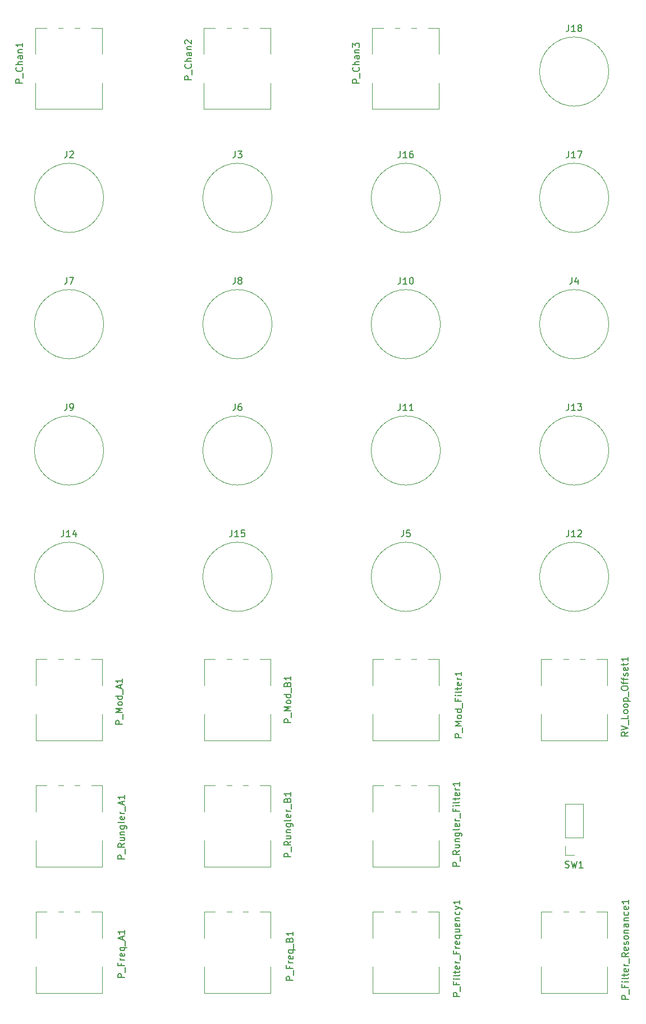
<source format=gbr>
G04 #@! TF.GenerationSoftware,KiCad,Pcbnew,(5.1.2)-2*
G04 #@! TF.CreationDate,2019-09-08T22:54:21+02:00*
G04 #@! TF.ProjectId,Benjolin_Kicad,42656e6a-6f6c-4696-9e5f-4b696361642e,rev?*
G04 #@! TF.SameCoordinates,Original*
G04 #@! TF.FileFunction,Legend,Top*
G04 #@! TF.FilePolarity,Positive*
%FSLAX46Y46*%
G04 Gerber Fmt 4.6, Leading zero omitted, Abs format (unit mm)*
G04 Created by KiCad (PCBNEW (5.1.2)-2) date 2019-09-08 22:54:21*
%MOMM*%
%LPD*%
G04 APERTURE LIST*
%ADD10C,0.120000*%
%ADD11C,0.150000*%
G04 APERTURE END LIST*
D10*
X195519100Y-161194380D02*
X185478100Y-161194380D01*
X187128100Y-148954380D02*
X185478100Y-148954380D01*
X189627100Y-148954380D02*
X188868100Y-148954380D01*
X192127100Y-148954380D02*
X191368100Y-148954380D01*
X195519100Y-148954380D02*
X193869100Y-148954380D01*
X185478100Y-157258380D02*
X185478100Y-161194380D01*
X185478100Y-148954380D02*
X185478100Y-152891380D01*
X195519100Y-157258380D02*
X195519100Y-161194380D01*
X195519100Y-148954380D02*
X195519100Y-152891380D01*
X220921640Y-110854380D02*
X220921640Y-114791380D01*
X220921640Y-119158380D02*
X220921640Y-123094380D01*
X210880640Y-110854380D02*
X210880640Y-114791380D01*
X210880640Y-119158380D02*
X210880640Y-123094380D01*
X220921640Y-110854380D02*
X219271640Y-110854380D01*
X217529640Y-110854380D02*
X216770640Y-110854380D01*
X215029640Y-110854380D02*
X214270640Y-110854380D01*
X212530640Y-110854380D02*
X210880640Y-110854380D01*
X220921640Y-123094380D02*
X210880640Y-123094380D01*
X195719700Y-41275000D02*
G75*
G03X195719700Y-41275000I-5219700J0D01*
G01*
X246519700Y-41275000D02*
G75*
G03X246519700Y-41275000I-5219700J0D01*
G01*
X271919700Y-41275000D02*
G75*
G03X271919700Y-41275000I-5219700J0D01*
G01*
X246301320Y-15645020D02*
X246301320Y-19582020D01*
X246301320Y-23949020D02*
X246301320Y-27885020D01*
X236260320Y-15645020D02*
X236260320Y-19582020D01*
X236260320Y-23949020D02*
X236260320Y-27885020D01*
X246301320Y-15645020D02*
X244651320Y-15645020D01*
X242909320Y-15645020D02*
X242150320Y-15645020D01*
X240409320Y-15645020D02*
X239650320Y-15645020D01*
X237910320Y-15645020D02*
X236260320Y-15645020D01*
X246301320Y-27885020D02*
X236260320Y-27885020D01*
X195501320Y-15639940D02*
X195501320Y-19576940D01*
X195501320Y-23943940D02*
X195501320Y-27879940D01*
X185460320Y-15639940D02*
X185460320Y-19576940D01*
X185460320Y-23943940D02*
X185460320Y-27879940D01*
X195501320Y-15639940D02*
X193851320Y-15639940D01*
X192109320Y-15639940D02*
X191350320Y-15639940D01*
X189609320Y-15639940D02*
X188850320Y-15639940D01*
X187110320Y-15639940D02*
X185460320Y-15639940D01*
X195501320Y-27879940D02*
X185460320Y-27879940D01*
X246321640Y-148956920D02*
X246321640Y-152893920D01*
X246321640Y-157260920D02*
X246321640Y-161196920D01*
X236280640Y-148956920D02*
X236280640Y-152893920D01*
X236280640Y-157260920D02*
X236280640Y-161196920D01*
X246321640Y-148956920D02*
X244671640Y-148956920D01*
X242929640Y-148956920D02*
X242170640Y-148956920D01*
X240429640Y-148956920D02*
X239670640Y-148956920D01*
X237930640Y-148956920D02*
X236280640Y-148956920D01*
X246321640Y-161196920D02*
X236280640Y-161196920D01*
X220921640Y-161191840D02*
X210880640Y-161191840D01*
X212530640Y-148951840D02*
X210880640Y-148951840D01*
X215029640Y-148951840D02*
X214270640Y-148951840D01*
X217529640Y-148951840D02*
X216770640Y-148951840D01*
X220921640Y-148951840D02*
X219271640Y-148951840D01*
X210880640Y-157255840D02*
X210880640Y-161191840D01*
X210880640Y-148951840D02*
X210880640Y-152888840D01*
X220921640Y-157255840D02*
X220921640Y-161191840D01*
X220921640Y-148951840D02*
X220921640Y-152888840D01*
X221119700Y-41275000D02*
G75*
G03X221119700Y-41275000I-5219700J0D01*
G01*
X271919700Y-22225000D02*
G75*
G03X271919700Y-22225000I-5219700J0D01*
G01*
X220901320Y-27882480D02*
X210860320Y-27882480D01*
X212510320Y-15642480D02*
X210860320Y-15642480D01*
X215009320Y-15642480D02*
X214250320Y-15642480D01*
X217509320Y-15642480D02*
X216750320Y-15642480D01*
X220901320Y-15642480D02*
X219251320Y-15642480D01*
X210860320Y-23946480D02*
X210860320Y-27882480D01*
X210860320Y-15642480D02*
X210860320Y-19579480D01*
X220901320Y-23946480D02*
X220901320Y-27882480D01*
X220901320Y-15642480D02*
X220901320Y-19579480D01*
X271721640Y-161191840D02*
X261680640Y-161191840D01*
X263330640Y-148951840D02*
X261680640Y-148951840D01*
X265829640Y-148951840D02*
X265070640Y-148951840D01*
X268329640Y-148951840D02*
X267570640Y-148951840D01*
X271721640Y-148951840D02*
X270071640Y-148951840D01*
X261680640Y-157255840D02*
X261680640Y-161191840D01*
X261680640Y-148951840D02*
X261680640Y-152888840D01*
X271721640Y-157255840D02*
X271721640Y-161191840D01*
X271721640Y-148951840D02*
X271721640Y-152888840D01*
X195519100Y-110859460D02*
X195519100Y-114796460D01*
X195519100Y-119163460D02*
X195519100Y-123099460D01*
X185478100Y-110859460D02*
X185478100Y-114796460D01*
X185478100Y-119163460D02*
X185478100Y-123099460D01*
X195519100Y-110859460D02*
X193869100Y-110859460D01*
X192127100Y-110859460D02*
X191368100Y-110859460D01*
X189627100Y-110859460D02*
X188868100Y-110859460D01*
X187128100Y-110859460D02*
X185478100Y-110859460D01*
X195519100Y-123099460D02*
X185478100Y-123099460D01*
X246321640Y-123096920D02*
X236280640Y-123096920D01*
X237930640Y-110856920D02*
X236280640Y-110856920D01*
X240429640Y-110856920D02*
X239670640Y-110856920D01*
X242929640Y-110856920D02*
X242170640Y-110856920D01*
X246321640Y-110856920D02*
X244671640Y-110856920D01*
X236280640Y-119160920D02*
X236280640Y-123096920D01*
X236280640Y-110856920D02*
X236280640Y-114793920D01*
X246321640Y-119160920D02*
X246321640Y-123096920D01*
X246321640Y-110856920D02*
X246321640Y-114793920D01*
X195521640Y-129906920D02*
X195521640Y-133843920D01*
X195521640Y-138210920D02*
X195521640Y-142146920D01*
X185480640Y-129906920D02*
X185480640Y-133843920D01*
X185480640Y-138210920D02*
X185480640Y-142146920D01*
X195521640Y-129906920D02*
X193871640Y-129906920D01*
X192129640Y-129906920D02*
X191370640Y-129906920D01*
X189629640Y-129906920D02*
X188870640Y-129906920D01*
X187130640Y-129906920D02*
X185480640Y-129906920D01*
X195521640Y-142146920D02*
X185480640Y-142146920D01*
X220921640Y-129906920D02*
X220921640Y-133843920D01*
X220921640Y-138210920D02*
X220921640Y-142146920D01*
X210880640Y-129906920D02*
X210880640Y-133843920D01*
X210880640Y-138210920D02*
X210880640Y-142146920D01*
X220921640Y-129906920D02*
X219271640Y-129906920D01*
X217529640Y-129906920D02*
X216770640Y-129906920D01*
X215029640Y-129906920D02*
X214270640Y-129906920D01*
X212530640Y-129906920D02*
X210880640Y-129906920D01*
X220921640Y-142146920D02*
X210880640Y-142146920D01*
X271721640Y-123091840D02*
X261680640Y-123091840D01*
X263330640Y-110851840D02*
X261680640Y-110851840D01*
X265829640Y-110851840D02*
X265070640Y-110851840D01*
X268329640Y-110851840D02*
X267570640Y-110851840D01*
X271721640Y-110851840D02*
X270071640Y-110851840D01*
X261680640Y-119155840D02*
X261680640Y-123091840D01*
X261680640Y-110851840D02*
X261680640Y-114788840D01*
X271721640Y-119155840D02*
X271721640Y-123091840D01*
X271721640Y-110851840D02*
X271721640Y-114788840D01*
X246324180Y-142144380D02*
X236283180Y-142144380D01*
X237933180Y-129904380D02*
X236283180Y-129904380D01*
X240432180Y-129904380D02*
X239673180Y-129904380D01*
X242932180Y-129904380D02*
X242173180Y-129904380D01*
X246324180Y-129904380D02*
X244674180Y-129904380D01*
X236283180Y-138208380D02*
X236283180Y-142144380D01*
X236283180Y-129904380D02*
X236283180Y-133841380D01*
X246324180Y-138208380D02*
X246324180Y-142144380D01*
X246324180Y-129904380D02*
X246324180Y-133841380D01*
X195719700Y-60325000D02*
G75*
G03X195719700Y-60325000I-5219700J0D01*
G01*
X246519700Y-79375000D02*
G75*
G03X246519700Y-79375000I-5219700J0D01*
G01*
X221119700Y-60325000D02*
G75*
G03X221119700Y-60325000I-5219700J0D01*
G01*
X271919700Y-98425000D02*
G75*
G03X271919700Y-98425000I-5219700J0D01*
G01*
X268030000Y-137795000D02*
X265370000Y-137795000D01*
X268030000Y-137795000D02*
X268030000Y-132655000D01*
X268030000Y-132655000D02*
X265370000Y-132655000D01*
X265370000Y-137795000D02*
X265370000Y-132655000D01*
X265370000Y-140395000D02*
X265370000Y-139065000D01*
X266700000Y-140395000D02*
X265370000Y-140395000D01*
X271919700Y-60325000D02*
G75*
G03X271919700Y-60325000I-5219700J0D01*
G01*
X271919700Y-79375000D02*
G75*
G03X271919700Y-79375000I-5219700J0D01*
G01*
X246519700Y-98425000D02*
G75*
G03X246519700Y-98425000I-5219700J0D01*
G01*
X221119700Y-79375000D02*
G75*
G03X221119700Y-79375000I-5219700J0D01*
G01*
X195719700Y-79375000D02*
G75*
G03X195719700Y-79375000I-5219700J0D01*
G01*
X246519700Y-60325000D02*
G75*
G03X246519700Y-60325000I-5219700J0D01*
G01*
X195719700Y-98425000D02*
G75*
G03X195719700Y-98425000I-5219700J0D01*
G01*
X221119700Y-98425000D02*
G75*
G03X221119700Y-98425000I-5219700J0D01*
G01*
D11*
X198869560Y-158848299D02*
X197869560Y-158848299D01*
X197869560Y-158467346D01*
X197917180Y-158372108D01*
X197964799Y-158324489D01*
X198060037Y-158276870D01*
X198202894Y-158276870D01*
X198298132Y-158324489D01*
X198345751Y-158372108D01*
X198393370Y-158467346D01*
X198393370Y-158848299D01*
X198964799Y-158086394D02*
X198964799Y-157324489D01*
X198345751Y-156753060D02*
X198345751Y-157086394D01*
X198869560Y-157086394D02*
X197869560Y-157086394D01*
X197869560Y-156610203D01*
X198869560Y-156229251D02*
X198202894Y-156229251D01*
X198393370Y-156229251D02*
X198298132Y-156181632D01*
X198250513Y-156134013D01*
X198202894Y-156038775D01*
X198202894Y-155943537D01*
X198821941Y-155229251D02*
X198869560Y-155324489D01*
X198869560Y-155514965D01*
X198821941Y-155610203D01*
X198726703Y-155657822D01*
X198345751Y-155657822D01*
X198250513Y-155610203D01*
X198202894Y-155514965D01*
X198202894Y-155324489D01*
X198250513Y-155229251D01*
X198345751Y-155181632D01*
X198440989Y-155181632D01*
X198536227Y-155657822D01*
X198202894Y-154324489D02*
X199202894Y-154324489D01*
X198821941Y-154324489D02*
X198869560Y-154419727D01*
X198869560Y-154610203D01*
X198821941Y-154705441D01*
X198774322Y-154753060D01*
X198679084Y-154800680D01*
X198393370Y-154800680D01*
X198298132Y-154753060D01*
X198250513Y-154705441D01*
X198202894Y-154610203D01*
X198202894Y-154419727D01*
X198250513Y-154324489D01*
X198964799Y-154086394D02*
X198964799Y-153324489D01*
X198583846Y-153134013D02*
X198583846Y-152657822D01*
X198869560Y-153229251D02*
X197869560Y-152895918D01*
X198869560Y-152562584D01*
X198869560Y-151705441D02*
X198869560Y-152276870D01*
X198869560Y-151991156D02*
X197869560Y-151991156D01*
X198012418Y-152086394D01*
X198107656Y-152181632D01*
X198155275Y-152276870D01*
X223969840Y-120417790D02*
X222969840Y-120417790D01*
X222969840Y-120036838D01*
X223017460Y-119941600D01*
X223065079Y-119893980D01*
X223160317Y-119846361D01*
X223303174Y-119846361D01*
X223398412Y-119893980D01*
X223446031Y-119941600D01*
X223493650Y-120036838D01*
X223493650Y-120417790D01*
X224065079Y-119655885D02*
X224065079Y-118893980D01*
X223969840Y-118655885D02*
X222969840Y-118655885D01*
X223684126Y-118322552D01*
X222969840Y-117989219D01*
X223969840Y-117989219D01*
X223969840Y-117370171D02*
X223922221Y-117465409D01*
X223874602Y-117513028D01*
X223779364Y-117560647D01*
X223493650Y-117560647D01*
X223398412Y-117513028D01*
X223350793Y-117465409D01*
X223303174Y-117370171D01*
X223303174Y-117227314D01*
X223350793Y-117132076D01*
X223398412Y-117084457D01*
X223493650Y-117036838D01*
X223779364Y-117036838D01*
X223874602Y-117084457D01*
X223922221Y-117132076D01*
X223969840Y-117227314D01*
X223969840Y-117370171D01*
X223969840Y-116179695D02*
X222969840Y-116179695D01*
X223922221Y-116179695D02*
X223969840Y-116274933D01*
X223969840Y-116465409D01*
X223922221Y-116560647D01*
X223874602Y-116608266D01*
X223779364Y-116655885D01*
X223493650Y-116655885D01*
X223398412Y-116608266D01*
X223350793Y-116560647D01*
X223303174Y-116465409D01*
X223303174Y-116274933D01*
X223350793Y-116179695D01*
X224065079Y-115941600D02*
X224065079Y-115179695D01*
X223446031Y-114608266D02*
X223493650Y-114465409D01*
X223541269Y-114417790D01*
X223636507Y-114370171D01*
X223779364Y-114370171D01*
X223874602Y-114417790D01*
X223922221Y-114465409D01*
X223969840Y-114560647D01*
X223969840Y-114941600D01*
X222969840Y-114941600D01*
X222969840Y-114608266D01*
X223017460Y-114513028D01*
X223065079Y-114465409D01*
X223160317Y-114417790D01*
X223255555Y-114417790D01*
X223350793Y-114465409D01*
X223398412Y-114513028D01*
X223446031Y-114608266D01*
X223446031Y-114941600D01*
X223969840Y-113417790D02*
X223969840Y-113989219D01*
X223969840Y-113703504D02*
X222969840Y-113703504D01*
X223112698Y-113798742D01*
X223207936Y-113893980D01*
X223255555Y-113989219D01*
X190166666Y-34227380D02*
X190166666Y-34941666D01*
X190119047Y-35084523D01*
X190023809Y-35179761D01*
X189880952Y-35227380D01*
X189785714Y-35227380D01*
X190595238Y-34322619D02*
X190642857Y-34275000D01*
X190738095Y-34227380D01*
X190976190Y-34227380D01*
X191071428Y-34275000D01*
X191119047Y-34322619D01*
X191166666Y-34417857D01*
X191166666Y-34513095D01*
X191119047Y-34655952D01*
X190547619Y-35227380D01*
X191166666Y-35227380D01*
X240490476Y-34227380D02*
X240490476Y-34941666D01*
X240442857Y-35084523D01*
X240347619Y-35179761D01*
X240204761Y-35227380D01*
X240109523Y-35227380D01*
X241490476Y-35227380D02*
X240919047Y-35227380D01*
X241204761Y-35227380D02*
X241204761Y-34227380D01*
X241109523Y-34370238D01*
X241014285Y-34465476D01*
X240919047Y-34513095D01*
X242347619Y-34227380D02*
X242157142Y-34227380D01*
X242061904Y-34275000D01*
X242014285Y-34322619D01*
X241919047Y-34465476D01*
X241871428Y-34655952D01*
X241871428Y-35036904D01*
X241919047Y-35132142D01*
X241966666Y-35179761D01*
X242061904Y-35227380D01*
X242252380Y-35227380D01*
X242347619Y-35179761D01*
X242395238Y-35132142D01*
X242442857Y-35036904D01*
X242442857Y-34798809D01*
X242395238Y-34703571D01*
X242347619Y-34655952D01*
X242252380Y-34608333D01*
X242061904Y-34608333D01*
X241966666Y-34655952D01*
X241919047Y-34703571D01*
X241871428Y-34798809D01*
X265890476Y-34227380D02*
X265890476Y-34941666D01*
X265842857Y-35084523D01*
X265747619Y-35179761D01*
X265604761Y-35227380D01*
X265509523Y-35227380D01*
X266890476Y-35227380D02*
X266319047Y-35227380D01*
X266604761Y-35227380D02*
X266604761Y-34227380D01*
X266509523Y-34370238D01*
X266414285Y-34465476D01*
X266319047Y-34513095D01*
X267223809Y-34227380D02*
X267890476Y-34227380D01*
X267461904Y-35227380D01*
X234289860Y-23931190D02*
X233289860Y-23931190D01*
X233289860Y-23550238D01*
X233337480Y-23455000D01*
X233385099Y-23407380D01*
X233480337Y-23359761D01*
X233623194Y-23359761D01*
X233718432Y-23407380D01*
X233766051Y-23455000D01*
X233813670Y-23550238D01*
X233813670Y-23931190D01*
X234385099Y-23169285D02*
X234385099Y-22407380D01*
X234194622Y-21597857D02*
X234242241Y-21645476D01*
X234289860Y-21788333D01*
X234289860Y-21883571D01*
X234242241Y-22026428D01*
X234147003Y-22121666D01*
X234051765Y-22169285D01*
X233861289Y-22216904D01*
X233718432Y-22216904D01*
X233527956Y-22169285D01*
X233432718Y-22121666D01*
X233337480Y-22026428D01*
X233289860Y-21883571D01*
X233289860Y-21788333D01*
X233337480Y-21645476D01*
X233385099Y-21597857D01*
X234289860Y-21169285D02*
X233289860Y-21169285D01*
X234289860Y-20740714D02*
X233766051Y-20740714D01*
X233670813Y-20788333D01*
X233623194Y-20883571D01*
X233623194Y-21026428D01*
X233670813Y-21121666D01*
X233718432Y-21169285D01*
X234289860Y-19835952D02*
X233766051Y-19835952D01*
X233670813Y-19883571D01*
X233623194Y-19978809D01*
X233623194Y-20169285D01*
X233670813Y-20264523D01*
X234242241Y-19835952D02*
X234289860Y-19931190D01*
X234289860Y-20169285D01*
X234242241Y-20264523D01*
X234147003Y-20312142D01*
X234051765Y-20312142D01*
X233956527Y-20264523D01*
X233908908Y-20169285D01*
X233908908Y-19931190D01*
X233861289Y-19835952D01*
X233623194Y-19359761D02*
X234289860Y-19359761D01*
X233718432Y-19359761D02*
X233670813Y-19312142D01*
X233623194Y-19216904D01*
X233623194Y-19074047D01*
X233670813Y-18978809D01*
X233766051Y-18931190D01*
X234289860Y-18931190D01*
X233289860Y-18550238D02*
X233289860Y-17931190D01*
X233670813Y-18264523D01*
X233670813Y-18121666D01*
X233718432Y-18026428D01*
X233766051Y-17978809D01*
X233861289Y-17931190D01*
X234099384Y-17931190D01*
X234194622Y-17978809D01*
X234242241Y-18026428D01*
X234289860Y-18121666D01*
X234289860Y-18407380D01*
X234242241Y-18502619D01*
X234194622Y-18550238D01*
X183482240Y-23921030D02*
X182482240Y-23921030D01*
X182482240Y-23540078D01*
X182529860Y-23444840D01*
X182577479Y-23397220D01*
X182672717Y-23349601D01*
X182815574Y-23349601D01*
X182910812Y-23397220D01*
X182958431Y-23444840D01*
X183006050Y-23540078D01*
X183006050Y-23921030D01*
X183577479Y-23159125D02*
X183577479Y-22397220D01*
X183387002Y-21587697D02*
X183434621Y-21635316D01*
X183482240Y-21778173D01*
X183482240Y-21873411D01*
X183434621Y-22016268D01*
X183339383Y-22111506D01*
X183244145Y-22159125D01*
X183053669Y-22206744D01*
X182910812Y-22206744D01*
X182720336Y-22159125D01*
X182625098Y-22111506D01*
X182529860Y-22016268D01*
X182482240Y-21873411D01*
X182482240Y-21778173D01*
X182529860Y-21635316D01*
X182577479Y-21587697D01*
X183482240Y-21159125D02*
X182482240Y-21159125D01*
X183482240Y-20730554D02*
X182958431Y-20730554D01*
X182863193Y-20778173D01*
X182815574Y-20873411D01*
X182815574Y-21016268D01*
X182863193Y-21111506D01*
X182910812Y-21159125D01*
X183482240Y-19825792D02*
X182958431Y-19825792D01*
X182863193Y-19873411D01*
X182815574Y-19968649D01*
X182815574Y-20159125D01*
X182863193Y-20254363D01*
X183434621Y-19825792D02*
X183482240Y-19921030D01*
X183482240Y-20159125D01*
X183434621Y-20254363D01*
X183339383Y-20301982D01*
X183244145Y-20301982D01*
X183148907Y-20254363D01*
X183101288Y-20159125D01*
X183101288Y-19921030D01*
X183053669Y-19825792D01*
X182815574Y-19349601D02*
X183482240Y-19349601D01*
X182910812Y-19349601D02*
X182863193Y-19301982D01*
X182815574Y-19206744D01*
X182815574Y-19063887D01*
X182863193Y-18968649D01*
X182958431Y-18921030D01*
X183482240Y-18921030D01*
X183482240Y-17921030D02*
X183482240Y-18492459D01*
X183482240Y-18206744D02*
X182482240Y-18206744D01*
X182625098Y-18301982D01*
X182720336Y-18397220D01*
X182767955Y-18492459D01*
X249458740Y-161679305D02*
X248458740Y-161679305D01*
X248458740Y-161298353D01*
X248506360Y-161203115D01*
X248553979Y-161155496D01*
X248649217Y-161107877D01*
X248792074Y-161107877D01*
X248887312Y-161155496D01*
X248934931Y-161203115D01*
X248982550Y-161298353D01*
X248982550Y-161679305D01*
X249553979Y-160917400D02*
X249553979Y-160155496D01*
X248934931Y-159584067D02*
X248934931Y-159917400D01*
X249458740Y-159917400D02*
X248458740Y-159917400D01*
X248458740Y-159441210D01*
X249458740Y-159060258D02*
X248792074Y-159060258D01*
X248458740Y-159060258D02*
X248506360Y-159107877D01*
X248553979Y-159060258D01*
X248506360Y-159012639D01*
X248458740Y-159060258D01*
X248553979Y-159060258D01*
X249458740Y-158441210D02*
X249411121Y-158536448D01*
X249315883Y-158584067D01*
X248458740Y-158584067D01*
X248792074Y-158203115D02*
X248792074Y-157822162D01*
X248458740Y-158060258D02*
X249315883Y-158060258D01*
X249411121Y-158012639D01*
X249458740Y-157917400D01*
X249458740Y-157822162D01*
X249411121Y-157107877D02*
X249458740Y-157203115D01*
X249458740Y-157393591D01*
X249411121Y-157488829D01*
X249315883Y-157536448D01*
X248934931Y-157536448D01*
X248839693Y-157488829D01*
X248792074Y-157393591D01*
X248792074Y-157203115D01*
X248839693Y-157107877D01*
X248934931Y-157060258D01*
X249030169Y-157060258D01*
X249125407Y-157536448D01*
X249458740Y-156631686D02*
X248792074Y-156631686D01*
X248982550Y-156631686D02*
X248887312Y-156584067D01*
X248839693Y-156536448D01*
X248792074Y-156441210D01*
X248792074Y-156345972D01*
X249553979Y-156250734D02*
X249553979Y-155488829D01*
X248934931Y-154917400D02*
X248934931Y-155250734D01*
X249458740Y-155250734D02*
X248458740Y-155250734D01*
X248458740Y-154774543D01*
X249458740Y-154393591D02*
X248792074Y-154393591D01*
X248982550Y-154393591D02*
X248887312Y-154345972D01*
X248839693Y-154298353D01*
X248792074Y-154203115D01*
X248792074Y-154107877D01*
X249411121Y-153393591D02*
X249458740Y-153488829D01*
X249458740Y-153679305D01*
X249411121Y-153774543D01*
X249315883Y-153822162D01*
X248934931Y-153822162D01*
X248839693Y-153774543D01*
X248792074Y-153679305D01*
X248792074Y-153488829D01*
X248839693Y-153393591D01*
X248934931Y-153345972D01*
X249030169Y-153345972D01*
X249125407Y-153822162D01*
X248792074Y-152488829D02*
X249792074Y-152488829D01*
X249411121Y-152488829D02*
X249458740Y-152584067D01*
X249458740Y-152774543D01*
X249411121Y-152869781D01*
X249363502Y-152917400D01*
X249268264Y-152965020D01*
X248982550Y-152965020D01*
X248887312Y-152917400D01*
X248839693Y-152869781D01*
X248792074Y-152774543D01*
X248792074Y-152584067D01*
X248839693Y-152488829D01*
X248792074Y-151584067D02*
X249458740Y-151584067D01*
X248792074Y-152012639D02*
X249315883Y-152012639D01*
X249411121Y-151965020D01*
X249458740Y-151869781D01*
X249458740Y-151726924D01*
X249411121Y-151631686D01*
X249363502Y-151584067D01*
X249411121Y-150726924D02*
X249458740Y-150822162D01*
X249458740Y-151012639D01*
X249411121Y-151107877D01*
X249315883Y-151155496D01*
X248934931Y-151155496D01*
X248839693Y-151107877D01*
X248792074Y-151012639D01*
X248792074Y-150822162D01*
X248839693Y-150726924D01*
X248934931Y-150679305D01*
X249030169Y-150679305D01*
X249125407Y-151155496D01*
X248792074Y-150250734D02*
X249458740Y-150250734D01*
X248887312Y-150250734D02*
X248839693Y-150203115D01*
X248792074Y-150107877D01*
X248792074Y-149965020D01*
X248839693Y-149869781D01*
X248934931Y-149822162D01*
X249458740Y-149822162D01*
X249411121Y-148917400D02*
X249458740Y-149012639D01*
X249458740Y-149203115D01*
X249411121Y-149298353D01*
X249363502Y-149345972D01*
X249268264Y-149393591D01*
X248982550Y-149393591D01*
X248887312Y-149345972D01*
X248839693Y-149298353D01*
X248792074Y-149203115D01*
X248792074Y-149012639D01*
X248839693Y-148917400D01*
X248792074Y-148584067D02*
X249458740Y-148345972D01*
X248792074Y-148107877D02*
X249458740Y-148345972D01*
X249696836Y-148441210D01*
X249744455Y-148488829D01*
X249792074Y-148584067D01*
X249458740Y-147203115D02*
X249458740Y-147774543D01*
X249458740Y-147488829D02*
X248458740Y-147488829D01*
X248601598Y-147584067D01*
X248696836Y-147679305D01*
X248744455Y-147774543D01*
X224292420Y-159242307D02*
X223292420Y-159242307D01*
X223292420Y-158861355D01*
X223340040Y-158766117D01*
X223387659Y-158718498D01*
X223482897Y-158670879D01*
X223625754Y-158670879D01*
X223720992Y-158718498D01*
X223768611Y-158766117D01*
X223816230Y-158861355D01*
X223816230Y-159242307D01*
X224387659Y-158480402D02*
X224387659Y-157718498D01*
X223768611Y-157147069D02*
X223768611Y-157480402D01*
X224292420Y-157480402D02*
X223292420Y-157480402D01*
X223292420Y-157004212D01*
X224292420Y-156623260D02*
X223625754Y-156623260D01*
X223816230Y-156623260D02*
X223720992Y-156575640D01*
X223673373Y-156528021D01*
X223625754Y-156432783D01*
X223625754Y-156337545D01*
X224244801Y-155623260D02*
X224292420Y-155718498D01*
X224292420Y-155908974D01*
X224244801Y-156004212D01*
X224149563Y-156051831D01*
X223768611Y-156051831D01*
X223673373Y-156004212D01*
X223625754Y-155908974D01*
X223625754Y-155718498D01*
X223673373Y-155623260D01*
X223768611Y-155575640D01*
X223863849Y-155575640D01*
X223959087Y-156051831D01*
X223625754Y-154718498D02*
X224625754Y-154718498D01*
X224244801Y-154718498D02*
X224292420Y-154813736D01*
X224292420Y-155004212D01*
X224244801Y-155099450D01*
X224197182Y-155147069D01*
X224101944Y-155194688D01*
X223816230Y-155194688D01*
X223720992Y-155147069D01*
X223673373Y-155099450D01*
X223625754Y-155004212D01*
X223625754Y-154813736D01*
X223673373Y-154718498D01*
X224387659Y-154480402D02*
X224387659Y-153718498D01*
X223768611Y-153147069D02*
X223816230Y-153004212D01*
X223863849Y-152956593D01*
X223959087Y-152908974D01*
X224101944Y-152908974D01*
X224197182Y-152956593D01*
X224244801Y-153004212D01*
X224292420Y-153099450D01*
X224292420Y-153480402D01*
X223292420Y-153480402D01*
X223292420Y-153147069D01*
X223340040Y-153051831D01*
X223387659Y-153004212D01*
X223482897Y-152956593D01*
X223578135Y-152956593D01*
X223673373Y-153004212D01*
X223720992Y-153051831D01*
X223768611Y-153147069D01*
X223768611Y-153480402D01*
X224292420Y-151956593D02*
X224292420Y-152528021D01*
X224292420Y-152242307D02*
X223292420Y-152242307D01*
X223435278Y-152337545D01*
X223530516Y-152432783D01*
X223578135Y-152528021D01*
X215566666Y-34227380D02*
X215566666Y-34941666D01*
X215519047Y-35084523D01*
X215423809Y-35179761D01*
X215280952Y-35227380D01*
X215185714Y-35227380D01*
X215947619Y-34227380D02*
X216566666Y-34227380D01*
X216233333Y-34608333D01*
X216376190Y-34608333D01*
X216471428Y-34655952D01*
X216519047Y-34703571D01*
X216566666Y-34798809D01*
X216566666Y-35036904D01*
X216519047Y-35132142D01*
X216471428Y-35179761D01*
X216376190Y-35227380D01*
X216090476Y-35227380D01*
X215995238Y-35179761D01*
X215947619Y-35132142D01*
X265890476Y-15177380D02*
X265890476Y-15891666D01*
X265842857Y-16034523D01*
X265747619Y-16129761D01*
X265604761Y-16177380D01*
X265509523Y-16177380D01*
X266890476Y-16177380D02*
X266319047Y-16177380D01*
X266604761Y-16177380D02*
X266604761Y-15177380D01*
X266509523Y-15320238D01*
X266414285Y-15415476D01*
X266319047Y-15463095D01*
X267461904Y-15605952D02*
X267366666Y-15558333D01*
X267319047Y-15510714D01*
X267271428Y-15415476D01*
X267271428Y-15367857D01*
X267319047Y-15272619D01*
X267366666Y-15225000D01*
X267461904Y-15177380D01*
X267652380Y-15177380D01*
X267747619Y-15225000D01*
X267795238Y-15272619D01*
X267842857Y-15367857D01*
X267842857Y-15415476D01*
X267795238Y-15510714D01*
X267747619Y-15558333D01*
X267652380Y-15605952D01*
X267461904Y-15605952D01*
X267366666Y-15653571D01*
X267319047Y-15701190D01*
X267271428Y-15796428D01*
X267271428Y-15986904D01*
X267319047Y-16082142D01*
X267366666Y-16129761D01*
X267461904Y-16177380D01*
X267652380Y-16177380D01*
X267747619Y-16129761D01*
X267795238Y-16082142D01*
X267842857Y-15986904D01*
X267842857Y-15796428D01*
X267795238Y-15701190D01*
X267747619Y-15653571D01*
X267652380Y-15605952D01*
X208966060Y-23443510D02*
X207966060Y-23443510D01*
X207966060Y-23062558D01*
X208013680Y-22967320D01*
X208061299Y-22919700D01*
X208156537Y-22872081D01*
X208299394Y-22872081D01*
X208394632Y-22919700D01*
X208442251Y-22967320D01*
X208489870Y-23062558D01*
X208489870Y-23443510D01*
X209061299Y-22681605D02*
X209061299Y-21919700D01*
X208870822Y-21110177D02*
X208918441Y-21157796D01*
X208966060Y-21300653D01*
X208966060Y-21395891D01*
X208918441Y-21538748D01*
X208823203Y-21633986D01*
X208727965Y-21681605D01*
X208537489Y-21729224D01*
X208394632Y-21729224D01*
X208204156Y-21681605D01*
X208108918Y-21633986D01*
X208013680Y-21538748D01*
X207966060Y-21395891D01*
X207966060Y-21300653D01*
X208013680Y-21157796D01*
X208061299Y-21110177D01*
X208966060Y-20681605D02*
X207966060Y-20681605D01*
X208966060Y-20253034D02*
X208442251Y-20253034D01*
X208347013Y-20300653D01*
X208299394Y-20395891D01*
X208299394Y-20538748D01*
X208347013Y-20633986D01*
X208394632Y-20681605D01*
X208966060Y-19348272D02*
X208442251Y-19348272D01*
X208347013Y-19395891D01*
X208299394Y-19491129D01*
X208299394Y-19681605D01*
X208347013Y-19776843D01*
X208918441Y-19348272D02*
X208966060Y-19443510D01*
X208966060Y-19681605D01*
X208918441Y-19776843D01*
X208823203Y-19824462D01*
X208727965Y-19824462D01*
X208632727Y-19776843D01*
X208585108Y-19681605D01*
X208585108Y-19443510D01*
X208537489Y-19348272D01*
X208299394Y-18872081D02*
X208966060Y-18872081D01*
X208394632Y-18872081D02*
X208347013Y-18824462D01*
X208299394Y-18729224D01*
X208299394Y-18586367D01*
X208347013Y-18491129D01*
X208442251Y-18443510D01*
X208966060Y-18443510D01*
X208061299Y-18014939D02*
X208013680Y-17967320D01*
X207966060Y-17872081D01*
X207966060Y-17633986D01*
X208013680Y-17538748D01*
X208061299Y-17491129D01*
X208156537Y-17443510D01*
X208251775Y-17443510D01*
X208394632Y-17491129D01*
X208966060Y-18062558D01*
X208966060Y-17443510D01*
X274881600Y-162110440D02*
X273881600Y-162110440D01*
X273881600Y-161729488D01*
X273929220Y-161634250D01*
X273976839Y-161586631D01*
X274072077Y-161539012D01*
X274214934Y-161539012D01*
X274310172Y-161586631D01*
X274357791Y-161634250D01*
X274405410Y-161729488D01*
X274405410Y-162110440D01*
X274976839Y-161348536D02*
X274976839Y-160586631D01*
X274357791Y-160015202D02*
X274357791Y-160348536D01*
X274881600Y-160348536D02*
X273881600Y-160348536D01*
X273881600Y-159872345D01*
X274881600Y-159491393D02*
X274214934Y-159491393D01*
X273881600Y-159491393D02*
X273929220Y-159539012D01*
X273976839Y-159491393D01*
X273929220Y-159443774D01*
X273881600Y-159491393D01*
X273976839Y-159491393D01*
X274881600Y-158872345D02*
X274833981Y-158967583D01*
X274738743Y-159015202D01*
X273881600Y-159015202D01*
X274214934Y-158634250D02*
X274214934Y-158253298D01*
X273881600Y-158491393D02*
X274738743Y-158491393D01*
X274833981Y-158443774D01*
X274881600Y-158348536D01*
X274881600Y-158253298D01*
X274833981Y-157539012D02*
X274881600Y-157634250D01*
X274881600Y-157824726D01*
X274833981Y-157919964D01*
X274738743Y-157967583D01*
X274357791Y-157967583D01*
X274262553Y-157919964D01*
X274214934Y-157824726D01*
X274214934Y-157634250D01*
X274262553Y-157539012D01*
X274357791Y-157491393D01*
X274453029Y-157491393D01*
X274548267Y-157967583D01*
X274881600Y-157062821D02*
X274214934Y-157062821D01*
X274405410Y-157062821D02*
X274310172Y-157015202D01*
X274262553Y-156967583D01*
X274214934Y-156872345D01*
X274214934Y-156777107D01*
X274976839Y-156681869D02*
X274976839Y-155919964D01*
X274881600Y-155110440D02*
X274405410Y-155443774D01*
X274881600Y-155681869D02*
X273881600Y-155681869D01*
X273881600Y-155300917D01*
X273929220Y-155205679D01*
X273976839Y-155158060D01*
X274072077Y-155110440D01*
X274214934Y-155110440D01*
X274310172Y-155158060D01*
X274357791Y-155205679D01*
X274405410Y-155300917D01*
X274405410Y-155681869D01*
X274833981Y-154300917D02*
X274881600Y-154396155D01*
X274881600Y-154586631D01*
X274833981Y-154681869D01*
X274738743Y-154729488D01*
X274357791Y-154729488D01*
X274262553Y-154681869D01*
X274214934Y-154586631D01*
X274214934Y-154396155D01*
X274262553Y-154300917D01*
X274357791Y-154253298D01*
X274453029Y-154253298D01*
X274548267Y-154729488D01*
X274833981Y-153872345D02*
X274881600Y-153777107D01*
X274881600Y-153586631D01*
X274833981Y-153491393D01*
X274738743Y-153443774D01*
X274691124Y-153443774D01*
X274595886Y-153491393D01*
X274548267Y-153586631D01*
X274548267Y-153729488D01*
X274500648Y-153824726D01*
X274405410Y-153872345D01*
X274357791Y-153872345D01*
X274262553Y-153824726D01*
X274214934Y-153729488D01*
X274214934Y-153586631D01*
X274262553Y-153491393D01*
X274881600Y-152872345D02*
X274833981Y-152967583D01*
X274786362Y-153015202D01*
X274691124Y-153062821D01*
X274405410Y-153062821D01*
X274310172Y-153015202D01*
X274262553Y-152967583D01*
X274214934Y-152872345D01*
X274214934Y-152729488D01*
X274262553Y-152634250D01*
X274310172Y-152586631D01*
X274405410Y-152539012D01*
X274691124Y-152539012D01*
X274786362Y-152586631D01*
X274833981Y-152634250D01*
X274881600Y-152729488D01*
X274881600Y-152872345D01*
X274214934Y-152110440D02*
X274881600Y-152110440D01*
X274310172Y-152110440D02*
X274262553Y-152062821D01*
X274214934Y-151967583D01*
X274214934Y-151824726D01*
X274262553Y-151729488D01*
X274357791Y-151681869D01*
X274881600Y-151681869D01*
X274881600Y-150777107D02*
X274357791Y-150777107D01*
X274262553Y-150824726D01*
X274214934Y-150919964D01*
X274214934Y-151110440D01*
X274262553Y-151205679D01*
X274833981Y-150777107D02*
X274881600Y-150872345D01*
X274881600Y-151110440D01*
X274833981Y-151205679D01*
X274738743Y-151253298D01*
X274643505Y-151253298D01*
X274548267Y-151205679D01*
X274500648Y-151110440D01*
X274500648Y-150872345D01*
X274453029Y-150777107D01*
X274214934Y-150300917D02*
X274881600Y-150300917D01*
X274310172Y-150300917D02*
X274262553Y-150253298D01*
X274214934Y-150158060D01*
X274214934Y-150015202D01*
X274262553Y-149919964D01*
X274357791Y-149872345D01*
X274881600Y-149872345D01*
X274833981Y-148967583D02*
X274881600Y-149062821D01*
X274881600Y-149253298D01*
X274833981Y-149348536D01*
X274786362Y-149396155D01*
X274691124Y-149443774D01*
X274405410Y-149443774D01*
X274310172Y-149396155D01*
X274262553Y-149348536D01*
X274214934Y-149253298D01*
X274214934Y-149062821D01*
X274262553Y-148967583D01*
X274833981Y-148158060D02*
X274881600Y-148253298D01*
X274881600Y-148443774D01*
X274833981Y-148539012D01*
X274738743Y-148586631D01*
X274357791Y-148586631D01*
X274262553Y-148539012D01*
X274214934Y-148443774D01*
X274214934Y-148253298D01*
X274262553Y-148158060D01*
X274357791Y-148110440D01*
X274453029Y-148110440D01*
X274548267Y-148586631D01*
X274881600Y-147158060D02*
X274881600Y-147729488D01*
X274881600Y-147443774D02*
X273881600Y-147443774D01*
X274024458Y-147539012D01*
X274119696Y-147634250D01*
X274167315Y-147729488D01*
X198546980Y-120668941D02*
X197546980Y-120668941D01*
X197546980Y-120287989D01*
X197594600Y-120192751D01*
X197642219Y-120145132D01*
X197737457Y-120097513D01*
X197880314Y-120097513D01*
X197975552Y-120145132D01*
X198023171Y-120192751D01*
X198070790Y-120287989D01*
X198070790Y-120668941D01*
X198642219Y-119907037D02*
X198642219Y-119145132D01*
X198546980Y-118907037D02*
X197546980Y-118907037D01*
X198261266Y-118573703D01*
X197546980Y-118240370D01*
X198546980Y-118240370D01*
X198546980Y-117621322D02*
X198499361Y-117716560D01*
X198451742Y-117764180D01*
X198356504Y-117811799D01*
X198070790Y-117811799D01*
X197975552Y-117764180D01*
X197927933Y-117716560D01*
X197880314Y-117621322D01*
X197880314Y-117478465D01*
X197927933Y-117383227D01*
X197975552Y-117335608D01*
X198070790Y-117287989D01*
X198356504Y-117287989D01*
X198451742Y-117335608D01*
X198499361Y-117383227D01*
X198546980Y-117478465D01*
X198546980Y-117621322D01*
X198546980Y-116430846D02*
X197546980Y-116430846D01*
X198499361Y-116430846D02*
X198546980Y-116526084D01*
X198546980Y-116716560D01*
X198499361Y-116811799D01*
X198451742Y-116859418D01*
X198356504Y-116907037D01*
X198070790Y-116907037D01*
X197975552Y-116859418D01*
X197927933Y-116811799D01*
X197880314Y-116716560D01*
X197880314Y-116526084D01*
X197927933Y-116430846D01*
X198642219Y-116192751D02*
X198642219Y-115430846D01*
X198261266Y-115240370D02*
X198261266Y-114764180D01*
X198546980Y-115335608D02*
X197546980Y-115002275D01*
X198546980Y-114668941D01*
X198546980Y-113811799D02*
X198546980Y-114383227D01*
X198546980Y-114097513D02*
X197546980Y-114097513D01*
X197689838Y-114192751D01*
X197785076Y-114287989D01*
X197832695Y-114383227D01*
X249715280Y-122642331D02*
X248715280Y-122642331D01*
X248715280Y-122261379D01*
X248762900Y-122166140D01*
X248810519Y-122118521D01*
X248905757Y-122070902D01*
X249048614Y-122070902D01*
X249143852Y-122118521D01*
X249191471Y-122166140D01*
X249239090Y-122261379D01*
X249239090Y-122642331D01*
X249810519Y-121880426D02*
X249810519Y-121118521D01*
X249715280Y-120880426D02*
X248715280Y-120880426D01*
X249429566Y-120547093D01*
X248715280Y-120213760D01*
X249715280Y-120213760D01*
X249715280Y-119594712D02*
X249667661Y-119689950D01*
X249620042Y-119737569D01*
X249524804Y-119785188D01*
X249239090Y-119785188D01*
X249143852Y-119737569D01*
X249096233Y-119689950D01*
X249048614Y-119594712D01*
X249048614Y-119451855D01*
X249096233Y-119356617D01*
X249143852Y-119308998D01*
X249239090Y-119261379D01*
X249524804Y-119261379D01*
X249620042Y-119308998D01*
X249667661Y-119356617D01*
X249715280Y-119451855D01*
X249715280Y-119594712D01*
X249715280Y-118404236D02*
X248715280Y-118404236D01*
X249667661Y-118404236D02*
X249715280Y-118499474D01*
X249715280Y-118689950D01*
X249667661Y-118785188D01*
X249620042Y-118832807D01*
X249524804Y-118880426D01*
X249239090Y-118880426D01*
X249143852Y-118832807D01*
X249096233Y-118785188D01*
X249048614Y-118689950D01*
X249048614Y-118499474D01*
X249096233Y-118404236D01*
X249810519Y-118166140D02*
X249810519Y-117404236D01*
X249191471Y-116832807D02*
X249191471Y-117166140D01*
X249715280Y-117166140D02*
X248715280Y-117166140D01*
X248715280Y-116689950D01*
X249715280Y-116308998D02*
X249048614Y-116308998D01*
X248715280Y-116308998D02*
X248762900Y-116356617D01*
X248810519Y-116308998D01*
X248762900Y-116261379D01*
X248715280Y-116308998D01*
X248810519Y-116308998D01*
X249715280Y-115689950D02*
X249667661Y-115785188D01*
X249572423Y-115832807D01*
X248715280Y-115832807D01*
X249048614Y-115451855D02*
X249048614Y-115070902D01*
X248715280Y-115308998D02*
X249572423Y-115308998D01*
X249667661Y-115261379D01*
X249715280Y-115166140D01*
X249715280Y-115070902D01*
X249667661Y-114356617D02*
X249715280Y-114451855D01*
X249715280Y-114642331D01*
X249667661Y-114737569D01*
X249572423Y-114785188D01*
X249191471Y-114785188D01*
X249096233Y-114737569D01*
X249048614Y-114642331D01*
X249048614Y-114451855D01*
X249096233Y-114356617D01*
X249191471Y-114308998D01*
X249286709Y-114308998D01*
X249381947Y-114785188D01*
X249715280Y-113880426D02*
X249048614Y-113880426D01*
X249239090Y-113880426D02*
X249143852Y-113832807D01*
X249096233Y-113785188D01*
X249048614Y-113689950D01*
X249048614Y-113594712D01*
X249715280Y-112737569D02*
X249715280Y-113308998D01*
X249715280Y-113023283D02*
X248715280Y-113023283D01*
X248858138Y-113118521D01*
X248953376Y-113213760D01*
X249000995Y-113308998D01*
X198869560Y-140970354D02*
X197869560Y-140970354D01*
X197869560Y-140589401D01*
X197917180Y-140494163D01*
X197964799Y-140446544D01*
X198060037Y-140398925D01*
X198202894Y-140398925D01*
X198298132Y-140446544D01*
X198345751Y-140494163D01*
X198393370Y-140589401D01*
X198393370Y-140970354D01*
X198964799Y-140208449D02*
X198964799Y-139446544D01*
X198869560Y-138637020D02*
X198393370Y-138970354D01*
X198869560Y-139208449D02*
X197869560Y-139208449D01*
X197869560Y-138827497D01*
X197917180Y-138732259D01*
X197964799Y-138684640D01*
X198060037Y-138637020D01*
X198202894Y-138637020D01*
X198298132Y-138684640D01*
X198345751Y-138732259D01*
X198393370Y-138827497D01*
X198393370Y-139208449D01*
X198202894Y-137779878D02*
X198869560Y-137779878D01*
X198202894Y-138208449D02*
X198726703Y-138208449D01*
X198821941Y-138160830D01*
X198869560Y-138065592D01*
X198869560Y-137922735D01*
X198821941Y-137827497D01*
X198774322Y-137779878D01*
X198202894Y-137303687D02*
X198869560Y-137303687D01*
X198298132Y-137303687D02*
X198250513Y-137256068D01*
X198202894Y-137160830D01*
X198202894Y-137017973D01*
X198250513Y-136922735D01*
X198345751Y-136875116D01*
X198869560Y-136875116D01*
X198202894Y-135970354D02*
X199012418Y-135970354D01*
X199107656Y-136017973D01*
X199155275Y-136065592D01*
X199202894Y-136160830D01*
X199202894Y-136303687D01*
X199155275Y-136398925D01*
X198821941Y-135970354D02*
X198869560Y-136065592D01*
X198869560Y-136256068D01*
X198821941Y-136351306D01*
X198774322Y-136398925D01*
X198679084Y-136446544D01*
X198393370Y-136446544D01*
X198298132Y-136398925D01*
X198250513Y-136351306D01*
X198202894Y-136256068D01*
X198202894Y-136065592D01*
X198250513Y-135970354D01*
X198869560Y-135351306D02*
X198821941Y-135446544D01*
X198726703Y-135494163D01*
X197869560Y-135494163D01*
X198821941Y-134589401D02*
X198869560Y-134684640D01*
X198869560Y-134875116D01*
X198821941Y-134970354D01*
X198726703Y-135017973D01*
X198345751Y-135017973D01*
X198250513Y-134970354D01*
X198202894Y-134875116D01*
X198202894Y-134684640D01*
X198250513Y-134589401D01*
X198345751Y-134541782D01*
X198440989Y-134541782D01*
X198536227Y-135017973D01*
X198869560Y-134113211D02*
X198202894Y-134113211D01*
X198393370Y-134113211D02*
X198298132Y-134065592D01*
X198250513Y-134017973D01*
X198202894Y-133922735D01*
X198202894Y-133827497D01*
X198964799Y-133732259D02*
X198964799Y-132970354D01*
X198583846Y-132779878D02*
X198583846Y-132303687D01*
X198869560Y-132875116D02*
X197869560Y-132541782D01*
X198869560Y-132208449D01*
X198869560Y-131351306D02*
X198869560Y-131922735D01*
X198869560Y-131637020D02*
X197869560Y-131637020D01*
X198012418Y-131732259D01*
X198107656Y-131827497D01*
X198155275Y-131922735D01*
X223969840Y-140655702D02*
X222969840Y-140655702D01*
X222969840Y-140274750D01*
X223017460Y-140179512D01*
X223065079Y-140131893D01*
X223160317Y-140084274D01*
X223303174Y-140084274D01*
X223398412Y-140131893D01*
X223446031Y-140179512D01*
X223493650Y-140274750D01*
X223493650Y-140655702D01*
X224065079Y-139893798D02*
X224065079Y-139131893D01*
X223969840Y-138322369D02*
X223493650Y-138655702D01*
X223969840Y-138893798D02*
X222969840Y-138893798D01*
X222969840Y-138512845D01*
X223017460Y-138417607D01*
X223065079Y-138369988D01*
X223160317Y-138322369D01*
X223303174Y-138322369D01*
X223398412Y-138369988D01*
X223446031Y-138417607D01*
X223493650Y-138512845D01*
X223493650Y-138893798D01*
X223303174Y-137465226D02*
X223969840Y-137465226D01*
X223303174Y-137893798D02*
X223826983Y-137893798D01*
X223922221Y-137846179D01*
X223969840Y-137750940D01*
X223969840Y-137608083D01*
X223922221Y-137512845D01*
X223874602Y-137465226D01*
X223303174Y-136989036D02*
X223969840Y-136989036D01*
X223398412Y-136989036D02*
X223350793Y-136941417D01*
X223303174Y-136846179D01*
X223303174Y-136703321D01*
X223350793Y-136608083D01*
X223446031Y-136560464D01*
X223969840Y-136560464D01*
X223303174Y-135655702D02*
X224112698Y-135655702D01*
X224207936Y-135703321D01*
X224255555Y-135750940D01*
X224303174Y-135846179D01*
X224303174Y-135989036D01*
X224255555Y-136084274D01*
X223922221Y-135655702D02*
X223969840Y-135750940D01*
X223969840Y-135941417D01*
X223922221Y-136036655D01*
X223874602Y-136084274D01*
X223779364Y-136131893D01*
X223493650Y-136131893D01*
X223398412Y-136084274D01*
X223350793Y-136036655D01*
X223303174Y-135941417D01*
X223303174Y-135750940D01*
X223350793Y-135655702D01*
X223969840Y-135036655D02*
X223922221Y-135131893D01*
X223826983Y-135179512D01*
X222969840Y-135179512D01*
X223922221Y-134274750D02*
X223969840Y-134369988D01*
X223969840Y-134560464D01*
X223922221Y-134655702D01*
X223826983Y-134703321D01*
X223446031Y-134703321D01*
X223350793Y-134655702D01*
X223303174Y-134560464D01*
X223303174Y-134369988D01*
X223350793Y-134274750D01*
X223446031Y-134227131D01*
X223541269Y-134227131D01*
X223636507Y-134703321D01*
X223969840Y-133798560D02*
X223303174Y-133798560D01*
X223493650Y-133798560D02*
X223398412Y-133750940D01*
X223350793Y-133703321D01*
X223303174Y-133608083D01*
X223303174Y-133512845D01*
X224065079Y-133417607D02*
X224065079Y-132655702D01*
X223446031Y-132084274D02*
X223493650Y-131941417D01*
X223541269Y-131893798D01*
X223636507Y-131846179D01*
X223779364Y-131846179D01*
X223874602Y-131893798D01*
X223922221Y-131941417D01*
X223969840Y-132036655D01*
X223969840Y-132417607D01*
X222969840Y-132417607D01*
X222969840Y-132084274D01*
X223017460Y-131989036D01*
X223065079Y-131941417D01*
X223160317Y-131893798D01*
X223255555Y-131893798D01*
X223350793Y-131941417D01*
X223398412Y-131989036D01*
X223446031Y-132084274D01*
X223446031Y-132417607D01*
X223969840Y-130893798D02*
X223969840Y-131465226D01*
X223969840Y-131179512D02*
X222969840Y-131179512D01*
X223112698Y-131274750D01*
X223207936Y-131369988D01*
X223255555Y-131465226D01*
X274815560Y-121825353D02*
X274339370Y-122158686D01*
X274815560Y-122396781D02*
X273815560Y-122396781D01*
X273815560Y-122015829D01*
X273863180Y-121920591D01*
X273910799Y-121872972D01*
X274006037Y-121825353D01*
X274148894Y-121825353D01*
X274244132Y-121872972D01*
X274291751Y-121920591D01*
X274339370Y-122015829D01*
X274339370Y-122396781D01*
X273815560Y-121539639D02*
X274815560Y-121206305D01*
X273815560Y-120872972D01*
X274910799Y-120777734D02*
X274910799Y-120015829D01*
X274815560Y-119301543D02*
X274815560Y-119777734D01*
X273815560Y-119777734D01*
X274815560Y-118825353D02*
X274767941Y-118920591D01*
X274720322Y-118968210D01*
X274625084Y-119015829D01*
X274339370Y-119015829D01*
X274244132Y-118968210D01*
X274196513Y-118920591D01*
X274148894Y-118825353D01*
X274148894Y-118682496D01*
X274196513Y-118587258D01*
X274244132Y-118539639D01*
X274339370Y-118492020D01*
X274625084Y-118492020D01*
X274720322Y-118539639D01*
X274767941Y-118587258D01*
X274815560Y-118682496D01*
X274815560Y-118825353D01*
X274815560Y-117920591D02*
X274767941Y-118015829D01*
X274720322Y-118063448D01*
X274625084Y-118111067D01*
X274339370Y-118111067D01*
X274244132Y-118063448D01*
X274196513Y-118015829D01*
X274148894Y-117920591D01*
X274148894Y-117777734D01*
X274196513Y-117682496D01*
X274244132Y-117634877D01*
X274339370Y-117587258D01*
X274625084Y-117587258D01*
X274720322Y-117634877D01*
X274767941Y-117682496D01*
X274815560Y-117777734D01*
X274815560Y-117920591D01*
X274148894Y-117158686D02*
X275148894Y-117158686D01*
X274196513Y-117158686D02*
X274148894Y-117063448D01*
X274148894Y-116872972D01*
X274196513Y-116777734D01*
X274244132Y-116730115D01*
X274339370Y-116682496D01*
X274625084Y-116682496D01*
X274720322Y-116730115D01*
X274767941Y-116777734D01*
X274815560Y-116872972D01*
X274815560Y-117063448D01*
X274767941Y-117158686D01*
X274910799Y-116492020D02*
X274910799Y-115730115D01*
X273815560Y-115301543D02*
X273815560Y-115111067D01*
X273863180Y-115015829D01*
X273958418Y-114920591D01*
X274148894Y-114872972D01*
X274482227Y-114872972D01*
X274672703Y-114920591D01*
X274767941Y-115015829D01*
X274815560Y-115111067D01*
X274815560Y-115301543D01*
X274767941Y-115396781D01*
X274672703Y-115492020D01*
X274482227Y-115539639D01*
X274148894Y-115539639D01*
X273958418Y-115492020D01*
X273863180Y-115396781D01*
X273815560Y-115301543D01*
X274148894Y-114587258D02*
X274148894Y-114206305D01*
X274815560Y-114444400D02*
X273958418Y-114444400D01*
X273863180Y-114396781D01*
X273815560Y-114301543D01*
X273815560Y-114206305D01*
X274148894Y-114015829D02*
X274148894Y-113634877D01*
X274815560Y-113872972D02*
X273958418Y-113872972D01*
X273863180Y-113825353D01*
X273815560Y-113730115D01*
X273815560Y-113634877D01*
X274767941Y-113349162D02*
X274815560Y-113253924D01*
X274815560Y-113063448D01*
X274767941Y-112968210D01*
X274672703Y-112920591D01*
X274625084Y-112920591D01*
X274529846Y-112968210D01*
X274482227Y-113063448D01*
X274482227Y-113206305D01*
X274434608Y-113301543D01*
X274339370Y-113349162D01*
X274291751Y-113349162D01*
X274196513Y-113301543D01*
X274148894Y-113206305D01*
X274148894Y-113063448D01*
X274196513Y-112968210D01*
X274767941Y-112111067D02*
X274815560Y-112206305D01*
X274815560Y-112396781D01*
X274767941Y-112492020D01*
X274672703Y-112539639D01*
X274291751Y-112539639D01*
X274196513Y-112492020D01*
X274148894Y-112396781D01*
X274148894Y-112206305D01*
X274196513Y-112111067D01*
X274291751Y-112063448D01*
X274386989Y-112063448D01*
X274482227Y-112539639D01*
X274148894Y-111777734D02*
X274148894Y-111396781D01*
X273815560Y-111634877D02*
X274672703Y-111634877D01*
X274767941Y-111587258D01*
X274815560Y-111492020D01*
X274815560Y-111396781D01*
X274815560Y-110539639D02*
X274815560Y-111111067D01*
X274815560Y-110825353D02*
X273815560Y-110825353D01*
X273958418Y-110920591D01*
X274053656Y-111015829D01*
X274101275Y-111111067D01*
X249392700Y-142044583D02*
X248392700Y-142044583D01*
X248392700Y-141663631D01*
X248440320Y-141568393D01*
X248487939Y-141520774D01*
X248583177Y-141473155D01*
X248726034Y-141473155D01*
X248821272Y-141520774D01*
X248868891Y-141568393D01*
X248916510Y-141663631D01*
X248916510Y-142044583D01*
X249487939Y-141282679D02*
X249487939Y-140520774D01*
X249392700Y-139711250D02*
X248916510Y-140044583D01*
X249392700Y-140282679D02*
X248392700Y-140282679D01*
X248392700Y-139901726D01*
X248440320Y-139806488D01*
X248487939Y-139758869D01*
X248583177Y-139711250D01*
X248726034Y-139711250D01*
X248821272Y-139758869D01*
X248868891Y-139806488D01*
X248916510Y-139901726D01*
X248916510Y-140282679D01*
X248726034Y-138854107D02*
X249392700Y-138854107D01*
X248726034Y-139282679D02*
X249249843Y-139282679D01*
X249345081Y-139235060D01*
X249392700Y-139139821D01*
X249392700Y-138996964D01*
X249345081Y-138901726D01*
X249297462Y-138854107D01*
X248726034Y-138377917D02*
X249392700Y-138377917D01*
X248821272Y-138377917D02*
X248773653Y-138330298D01*
X248726034Y-138235060D01*
X248726034Y-138092202D01*
X248773653Y-137996964D01*
X248868891Y-137949345D01*
X249392700Y-137949345D01*
X248726034Y-137044583D02*
X249535558Y-137044583D01*
X249630796Y-137092202D01*
X249678415Y-137139821D01*
X249726034Y-137235060D01*
X249726034Y-137377917D01*
X249678415Y-137473155D01*
X249345081Y-137044583D02*
X249392700Y-137139821D01*
X249392700Y-137330298D01*
X249345081Y-137425536D01*
X249297462Y-137473155D01*
X249202224Y-137520774D01*
X248916510Y-137520774D01*
X248821272Y-137473155D01*
X248773653Y-137425536D01*
X248726034Y-137330298D01*
X248726034Y-137139821D01*
X248773653Y-137044583D01*
X249392700Y-136425536D02*
X249345081Y-136520774D01*
X249249843Y-136568393D01*
X248392700Y-136568393D01*
X249345081Y-135663631D02*
X249392700Y-135758869D01*
X249392700Y-135949345D01*
X249345081Y-136044583D01*
X249249843Y-136092202D01*
X248868891Y-136092202D01*
X248773653Y-136044583D01*
X248726034Y-135949345D01*
X248726034Y-135758869D01*
X248773653Y-135663631D01*
X248868891Y-135616012D01*
X248964129Y-135616012D01*
X249059367Y-136092202D01*
X249392700Y-135187440D02*
X248726034Y-135187440D01*
X248916510Y-135187440D02*
X248821272Y-135139821D01*
X248773653Y-135092202D01*
X248726034Y-134996964D01*
X248726034Y-134901726D01*
X249487939Y-134806488D02*
X249487939Y-134044583D01*
X248868891Y-133473155D02*
X248868891Y-133806488D01*
X249392700Y-133806488D02*
X248392700Y-133806488D01*
X248392700Y-133330298D01*
X249392700Y-132949345D02*
X248726034Y-132949345D01*
X248392700Y-132949345D02*
X248440320Y-132996964D01*
X248487939Y-132949345D01*
X248440320Y-132901726D01*
X248392700Y-132949345D01*
X248487939Y-132949345D01*
X249392700Y-132330298D02*
X249345081Y-132425536D01*
X249249843Y-132473155D01*
X248392700Y-132473155D01*
X248726034Y-132092202D02*
X248726034Y-131711250D01*
X248392700Y-131949345D02*
X249249843Y-131949345D01*
X249345081Y-131901726D01*
X249392700Y-131806488D01*
X249392700Y-131711250D01*
X249345081Y-130996964D02*
X249392700Y-131092202D01*
X249392700Y-131282679D01*
X249345081Y-131377917D01*
X249249843Y-131425536D01*
X248868891Y-131425536D01*
X248773653Y-131377917D01*
X248726034Y-131282679D01*
X248726034Y-131092202D01*
X248773653Y-130996964D01*
X248868891Y-130949345D01*
X248964129Y-130949345D01*
X249059367Y-131425536D01*
X249392700Y-130520774D02*
X248726034Y-130520774D01*
X248916510Y-130520774D02*
X248821272Y-130473155D01*
X248773653Y-130425536D01*
X248726034Y-130330298D01*
X248726034Y-130235060D01*
X249392700Y-129377917D02*
X249392700Y-129949345D01*
X249392700Y-129663631D02*
X248392700Y-129663631D01*
X248535558Y-129758869D01*
X248630796Y-129854107D01*
X248678415Y-129949345D01*
X190166666Y-53277380D02*
X190166666Y-53991666D01*
X190119047Y-54134523D01*
X190023809Y-54229761D01*
X189880952Y-54277380D01*
X189785714Y-54277380D01*
X190547619Y-53277380D02*
X191214285Y-53277380D01*
X190785714Y-54277380D01*
X240490476Y-72327380D02*
X240490476Y-73041666D01*
X240442857Y-73184523D01*
X240347619Y-73279761D01*
X240204761Y-73327380D01*
X240109523Y-73327380D01*
X241490476Y-73327380D02*
X240919047Y-73327380D01*
X241204761Y-73327380D02*
X241204761Y-72327380D01*
X241109523Y-72470238D01*
X241014285Y-72565476D01*
X240919047Y-72613095D01*
X242442857Y-73327380D02*
X241871428Y-73327380D01*
X242157142Y-73327380D02*
X242157142Y-72327380D01*
X242061904Y-72470238D01*
X241966666Y-72565476D01*
X241871428Y-72613095D01*
X215566666Y-53277380D02*
X215566666Y-53991666D01*
X215519047Y-54134523D01*
X215423809Y-54229761D01*
X215280952Y-54277380D01*
X215185714Y-54277380D01*
X216185714Y-53705952D02*
X216090476Y-53658333D01*
X216042857Y-53610714D01*
X215995238Y-53515476D01*
X215995238Y-53467857D01*
X216042857Y-53372619D01*
X216090476Y-53325000D01*
X216185714Y-53277380D01*
X216376190Y-53277380D01*
X216471428Y-53325000D01*
X216519047Y-53372619D01*
X216566666Y-53467857D01*
X216566666Y-53515476D01*
X216519047Y-53610714D01*
X216471428Y-53658333D01*
X216376190Y-53705952D01*
X216185714Y-53705952D01*
X216090476Y-53753571D01*
X216042857Y-53801190D01*
X215995238Y-53896428D01*
X215995238Y-54086904D01*
X216042857Y-54182142D01*
X216090476Y-54229761D01*
X216185714Y-54277380D01*
X216376190Y-54277380D01*
X216471428Y-54229761D01*
X216519047Y-54182142D01*
X216566666Y-54086904D01*
X216566666Y-53896428D01*
X216519047Y-53801190D01*
X216471428Y-53753571D01*
X216376190Y-53705952D01*
X265890476Y-91377380D02*
X265890476Y-92091666D01*
X265842857Y-92234523D01*
X265747619Y-92329761D01*
X265604761Y-92377380D01*
X265509523Y-92377380D01*
X266890476Y-92377380D02*
X266319047Y-92377380D01*
X266604761Y-92377380D02*
X266604761Y-91377380D01*
X266509523Y-91520238D01*
X266414285Y-91615476D01*
X266319047Y-91663095D01*
X267271428Y-91472619D02*
X267319047Y-91425000D01*
X267414285Y-91377380D01*
X267652380Y-91377380D01*
X267747619Y-91425000D01*
X267795238Y-91472619D01*
X267842857Y-91567857D01*
X267842857Y-91663095D01*
X267795238Y-91805952D01*
X267223809Y-92377380D01*
X267842857Y-92377380D01*
X265366666Y-142239761D02*
X265509523Y-142287380D01*
X265747619Y-142287380D01*
X265842857Y-142239761D01*
X265890476Y-142192142D01*
X265938095Y-142096904D01*
X265938095Y-142001666D01*
X265890476Y-141906428D01*
X265842857Y-141858809D01*
X265747619Y-141811190D01*
X265557142Y-141763571D01*
X265461904Y-141715952D01*
X265414285Y-141668333D01*
X265366666Y-141573095D01*
X265366666Y-141477857D01*
X265414285Y-141382619D01*
X265461904Y-141335000D01*
X265557142Y-141287380D01*
X265795238Y-141287380D01*
X265938095Y-141335000D01*
X266271428Y-141287380D02*
X266509523Y-142287380D01*
X266700000Y-141573095D01*
X266890476Y-142287380D01*
X267128571Y-141287380D01*
X268033333Y-142287380D02*
X267461904Y-142287380D01*
X267747619Y-142287380D02*
X267747619Y-141287380D01*
X267652380Y-141430238D01*
X267557142Y-141525476D01*
X267461904Y-141573095D01*
X266366666Y-53277380D02*
X266366666Y-53991666D01*
X266319047Y-54134523D01*
X266223809Y-54229761D01*
X266080952Y-54277380D01*
X265985714Y-54277380D01*
X267271428Y-53610714D02*
X267271428Y-54277380D01*
X267033333Y-53229761D02*
X266795238Y-53944047D01*
X267414285Y-53944047D01*
X265890476Y-72327380D02*
X265890476Y-73041666D01*
X265842857Y-73184523D01*
X265747619Y-73279761D01*
X265604761Y-73327380D01*
X265509523Y-73327380D01*
X266890476Y-73327380D02*
X266319047Y-73327380D01*
X266604761Y-73327380D02*
X266604761Y-72327380D01*
X266509523Y-72470238D01*
X266414285Y-72565476D01*
X266319047Y-72613095D01*
X267223809Y-72327380D02*
X267842857Y-72327380D01*
X267509523Y-72708333D01*
X267652380Y-72708333D01*
X267747619Y-72755952D01*
X267795238Y-72803571D01*
X267842857Y-72898809D01*
X267842857Y-73136904D01*
X267795238Y-73232142D01*
X267747619Y-73279761D01*
X267652380Y-73327380D01*
X267366666Y-73327380D01*
X267271428Y-73279761D01*
X267223809Y-73232142D01*
X240966666Y-91377380D02*
X240966666Y-92091666D01*
X240919047Y-92234523D01*
X240823809Y-92329761D01*
X240680952Y-92377380D01*
X240585714Y-92377380D01*
X241919047Y-91377380D02*
X241442857Y-91377380D01*
X241395238Y-91853571D01*
X241442857Y-91805952D01*
X241538095Y-91758333D01*
X241776190Y-91758333D01*
X241871428Y-91805952D01*
X241919047Y-91853571D01*
X241966666Y-91948809D01*
X241966666Y-92186904D01*
X241919047Y-92282142D01*
X241871428Y-92329761D01*
X241776190Y-92377380D01*
X241538095Y-92377380D01*
X241442857Y-92329761D01*
X241395238Y-92282142D01*
X215566666Y-72327380D02*
X215566666Y-73041666D01*
X215519047Y-73184523D01*
X215423809Y-73279761D01*
X215280952Y-73327380D01*
X215185714Y-73327380D01*
X216471428Y-72327380D02*
X216280952Y-72327380D01*
X216185714Y-72375000D01*
X216138095Y-72422619D01*
X216042857Y-72565476D01*
X215995238Y-72755952D01*
X215995238Y-73136904D01*
X216042857Y-73232142D01*
X216090476Y-73279761D01*
X216185714Y-73327380D01*
X216376190Y-73327380D01*
X216471428Y-73279761D01*
X216519047Y-73232142D01*
X216566666Y-73136904D01*
X216566666Y-72898809D01*
X216519047Y-72803571D01*
X216471428Y-72755952D01*
X216376190Y-72708333D01*
X216185714Y-72708333D01*
X216090476Y-72755952D01*
X216042857Y-72803571D01*
X215995238Y-72898809D01*
X190166666Y-72327380D02*
X190166666Y-73041666D01*
X190119047Y-73184523D01*
X190023809Y-73279761D01*
X189880952Y-73327380D01*
X189785714Y-73327380D01*
X190690476Y-73327380D02*
X190880952Y-73327380D01*
X190976190Y-73279761D01*
X191023809Y-73232142D01*
X191119047Y-73089285D01*
X191166666Y-72898809D01*
X191166666Y-72517857D01*
X191119047Y-72422619D01*
X191071428Y-72375000D01*
X190976190Y-72327380D01*
X190785714Y-72327380D01*
X190690476Y-72375000D01*
X190642857Y-72422619D01*
X190595238Y-72517857D01*
X190595238Y-72755952D01*
X190642857Y-72851190D01*
X190690476Y-72898809D01*
X190785714Y-72946428D01*
X190976190Y-72946428D01*
X191071428Y-72898809D01*
X191119047Y-72851190D01*
X191166666Y-72755952D01*
X240490476Y-53277380D02*
X240490476Y-53991666D01*
X240442857Y-54134523D01*
X240347619Y-54229761D01*
X240204761Y-54277380D01*
X240109523Y-54277380D01*
X241490476Y-54277380D02*
X240919047Y-54277380D01*
X241204761Y-54277380D02*
X241204761Y-53277380D01*
X241109523Y-53420238D01*
X241014285Y-53515476D01*
X240919047Y-53563095D01*
X242109523Y-53277380D02*
X242204761Y-53277380D01*
X242300000Y-53325000D01*
X242347619Y-53372619D01*
X242395238Y-53467857D01*
X242442857Y-53658333D01*
X242442857Y-53896428D01*
X242395238Y-54086904D01*
X242347619Y-54182142D01*
X242300000Y-54229761D01*
X242204761Y-54277380D01*
X242109523Y-54277380D01*
X242014285Y-54229761D01*
X241966666Y-54182142D01*
X241919047Y-54086904D01*
X241871428Y-53896428D01*
X241871428Y-53658333D01*
X241919047Y-53467857D01*
X241966666Y-53372619D01*
X242014285Y-53325000D01*
X242109523Y-53277380D01*
X189690476Y-91377380D02*
X189690476Y-92091666D01*
X189642857Y-92234523D01*
X189547619Y-92329761D01*
X189404761Y-92377380D01*
X189309523Y-92377380D01*
X190690476Y-92377380D02*
X190119047Y-92377380D01*
X190404761Y-92377380D02*
X190404761Y-91377380D01*
X190309523Y-91520238D01*
X190214285Y-91615476D01*
X190119047Y-91663095D01*
X191547619Y-91710714D02*
X191547619Y-92377380D01*
X191309523Y-91329761D02*
X191071428Y-92044047D01*
X191690476Y-92044047D01*
X215090476Y-91377380D02*
X215090476Y-92091666D01*
X215042857Y-92234523D01*
X214947619Y-92329761D01*
X214804761Y-92377380D01*
X214709523Y-92377380D01*
X216090476Y-92377380D02*
X215519047Y-92377380D01*
X215804761Y-92377380D02*
X215804761Y-91377380D01*
X215709523Y-91520238D01*
X215614285Y-91615476D01*
X215519047Y-91663095D01*
X216995238Y-91377380D02*
X216519047Y-91377380D01*
X216471428Y-91853571D01*
X216519047Y-91805952D01*
X216614285Y-91758333D01*
X216852380Y-91758333D01*
X216947619Y-91805952D01*
X216995238Y-91853571D01*
X217042857Y-91948809D01*
X217042857Y-92186904D01*
X216995238Y-92282142D01*
X216947619Y-92329761D01*
X216852380Y-92377380D01*
X216614285Y-92377380D01*
X216519047Y-92329761D01*
X216471428Y-92282142D01*
M02*

</source>
